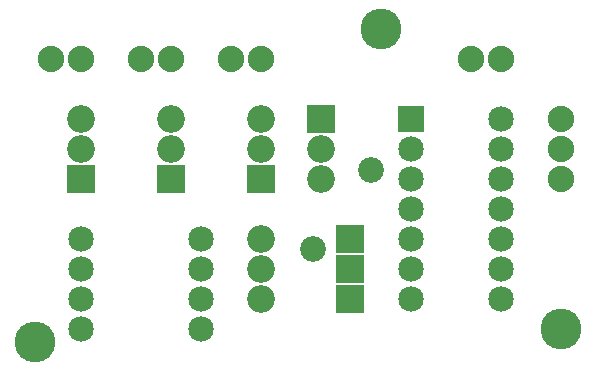
<source format=gts>
G04 MADE WITH FRITZING*
G04 WWW.FRITZING.ORG*
G04 DOUBLE SIDED*
G04 HOLES PLATED*
G04 CONTOUR ON CENTER OF CONTOUR VECTOR*
%ASAXBY*%
%FSLAX23Y23*%
%MOIN*%
%OFA0B0*%
%SFA1.0B1.0*%
%ADD10C,0.088000*%
%ADD11C,0.085000*%
%ADD12C,0.092000*%
%ADD13C,0.085433*%
%ADD14C,0.135984*%
%ADD15R,0.092000X0.092000*%
%ADD16R,0.085000X0.085000*%
%LNMASK1*%
G90*
G70*
G54D10*
X1673Y1070D03*
X1573Y1070D03*
G54D11*
X273Y470D03*
X673Y470D03*
X273Y270D03*
X673Y270D03*
X273Y370D03*
X673Y370D03*
G54D10*
X273Y1070D03*
X173Y1070D03*
X573Y1070D03*
X473Y1070D03*
X873Y1070D03*
X773Y1070D03*
G54D12*
X1171Y470D03*
X873Y470D03*
X1171Y370D03*
X873Y370D03*
X1171Y270D03*
X873Y270D03*
G54D10*
X1873Y870D03*
X1873Y770D03*
X1873Y670D03*
G54D11*
X273Y170D03*
X673Y170D03*
G54D12*
X1073Y870D03*
X1073Y770D03*
X1073Y670D03*
G54D11*
X1373Y870D03*
X1673Y870D03*
X1373Y770D03*
X1673Y770D03*
X1373Y670D03*
X1673Y670D03*
X1373Y570D03*
X1673Y570D03*
X1373Y470D03*
X1673Y470D03*
X1373Y370D03*
X1673Y370D03*
X1373Y270D03*
X1673Y270D03*
G54D12*
X273Y670D03*
X273Y770D03*
X273Y870D03*
X573Y670D03*
X573Y770D03*
X573Y870D03*
X873Y670D03*
X873Y770D03*
X873Y870D03*
G54D13*
X1048Y437D03*
X1240Y701D03*
G54D14*
X1873Y171D03*
X1273Y1170D03*
X119Y127D03*
G54D15*
X1172Y470D03*
X1172Y370D03*
X1172Y270D03*
X1073Y870D03*
G54D16*
X1373Y870D03*
G54D15*
X273Y670D03*
X573Y670D03*
X873Y670D03*
G04 End of Mask1*
M02*
</source>
